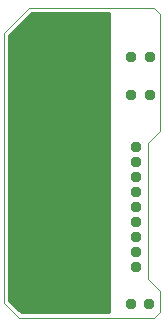
<source format=gbl>
G75*
%MOIN*%
%OFA0B0*%
%FSLAX25Y25*%
%IPPOS*%
%LPD*%
%AMOC8*
5,1,8,0,0,1.08239X$1,22.5*
%
%ADD10C,0.00000*%
%ADD11C,0.03762*%
%ADD12C,0.01200*%
%ADD13C,0.02975*%
D10*
X0006600Y0044600D02*
X0051600Y0044600D01*
X0053600Y0046600D01*
X0053600Y0053600D01*
X0049600Y0057600D01*
X0049600Y0103100D01*
X0053600Y0107100D01*
X0053600Y0146100D01*
X0051600Y0148100D01*
X0010100Y0148100D01*
X0001600Y0139600D01*
X0001600Y0049600D01*
X0006600Y0044600D01*
D11*
X0044000Y0049300D03*
X0050100Y0049300D03*
X0045700Y0061600D03*
X0045700Y0066600D03*
X0045700Y0071600D03*
X0045700Y0076600D03*
X0045700Y0081600D03*
X0045700Y0086600D03*
X0045700Y0091600D03*
X0045600Y0096600D03*
X0045600Y0101600D03*
X0044000Y0119100D03*
X0050200Y0119000D03*
X0050200Y0131600D03*
X0044000Y0131600D03*
D12*
X0036600Y0131436D02*
X0003700Y0131436D01*
X0003700Y0130238D02*
X0036600Y0130238D01*
X0036600Y0129039D02*
X0003700Y0129039D01*
X0003700Y0127841D02*
X0036600Y0127841D01*
X0036600Y0126642D02*
X0003700Y0126642D01*
X0003700Y0125444D02*
X0036600Y0125444D01*
X0036600Y0124245D02*
X0003700Y0124245D01*
X0003700Y0123047D02*
X0036600Y0123047D01*
X0036600Y0121848D02*
X0003700Y0121848D01*
X0003700Y0120650D02*
X0036600Y0120650D01*
X0036600Y0119451D02*
X0003700Y0119451D01*
X0003700Y0118253D02*
X0036600Y0118253D01*
X0036600Y0117054D02*
X0003700Y0117054D01*
X0003700Y0115856D02*
X0036600Y0115856D01*
X0036600Y0114657D02*
X0003700Y0114657D01*
X0003700Y0113459D02*
X0036600Y0113459D01*
X0036600Y0112260D02*
X0003700Y0112260D01*
X0003700Y0111062D02*
X0036600Y0111062D01*
X0036600Y0109863D02*
X0003700Y0109863D01*
X0003700Y0108665D02*
X0036600Y0108665D01*
X0036600Y0107466D02*
X0003700Y0107466D01*
X0003700Y0106268D02*
X0036600Y0106268D01*
X0036600Y0105069D02*
X0003700Y0105069D01*
X0003700Y0103870D02*
X0036600Y0103870D01*
X0036600Y0102672D02*
X0003700Y0102672D01*
X0003700Y0101473D02*
X0036600Y0101473D01*
X0036600Y0100275D02*
X0003700Y0100275D01*
X0003700Y0099076D02*
X0036600Y0099076D01*
X0036600Y0097878D02*
X0003700Y0097878D01*
X0003700Y0096679D02*
X0036600Y0096679D01*
X0036600Y0095481D02*
X0003700Y0095481D01*
X0003700Y0094282D02*
X0036600Y0094282D01*
X0036600Y0093084D02*
X0003700Y0093084D01*
X0003700Y0091885D02*
X0036600Y0091885D01*
X0036600Y0090687D02*
X0003700Y0090687D01*
X0003700Y0089488D02*
X0036600Y0089488D01*
X0036600Y0088290D02*
X0003700Y0088290D01*
X0003700Y0087091D02*
X0036600Y0087091D01*
X0036600Y0085893D02*
X0003700Y0085893D01*
X0003700Y0084694D02*
X0036600Y0084694D01*
X0036600Y0083496D02*
X0003700Y0083496D01*
X0003700Y0082297D02*
X0036600Y0082297D01*
X0036600Y0081099D02*
X0003700Y0081099D01*
X0003700Y0079900D02*
X0036600Y0079900D01*
X0036600Y0078702D02*
X0003700Y0078702D01*
X0003700Y0077503D02*
X0036600Y0077503D01*
X0036600Y0076305D02*
X0003700Y0076305D01*
X0003700Y0075106D02*
X0036600Y0075106D01*
X0036600Y0073908D02*
X0003700Y0073908D01*
X0003700Y0072709D02*
X0036600Y0072709D01*
X0036600Y0071511D02*
X0003700Y0071511D01*
X0003700Y0070312D02*
X0036600Y0070312D01*
X0036600Y0069114D02*
X0003700Y0069114D01*
X0003700Y0067915D02*
X0036600Y0067915D01*
X0036600Y0066717D02*
X0003700Y0066717D01*
X0003700Y0065518D02*
X0036600Y0065518D01*
X0036600Y0064320D02*
X0003700Y0064320D01*
X0003700Y0063121D02*
X0036600Y0063121D01*
X0036600Y0061923D02*
X0003700Y0061923D01*
X0003700Y0060724D02*
X0036600Y0060724D01*
X0036600Y0059526D02*
X0003700Y0059526D01*
X0003700Y0058327D02*
X0036600Y0058327D01*
X0036600Y0057129D02*
X0003700Y0057129D01*
X0003700Y0055930D02*
X0036600Y0055930D01*
X0036600Y0054732D02*
X0003700Y0054732D01*
X0003700Y0053533D02*
X0036600Y0053533D01*
X0036600Y0052334D02*
X0003700Y0052334D01*
X0003700Y0051136D02*
X0036600Y0051136D01*
X0036600Y0049937D02*
X0004232Y0049937D01*
X0003700Y0050470D02*
X0007470Y0046700D01*
X0036600Y0046700D01*
X0036600Y0146000D01*
X0010970Y0146000D01*
X0003700Y0138730D01*
X0003700Y0050470D01*
X0005431Y0048739D02*
X0036600Y0048739D01*
X0036600Y0047540D02*
X0006629Y0047540D01*
X0003700Y0132635D02*
X0036600Y0132635D01*
X0036600Y0133833D02*
X0003700Y0133833D01*
X0003700Y0135032D02*
X0036600Y0135032D01*
X0036600Y0136230D02*
X0003700Y0136230D01*
X0003700Y0137429D02*
X0036600Y0137429D01*
X0036600Y0138627D02*
X0003700Y0138627D01*
X0004796Y0139826D02*
X0036600Y0139826D01*
X0036600Y0141024D02*
X0005994Y0141024D01*
X0007193Y0142223D02*
X0036600Y0142223D01*
X0036600Y0143421D02*
X0008391Y0143421D01*
X0009590Y0144620D02*
X0036600Y0144620D01*
X0036600Y0145818D02*
X0010788Y0145818D01*
D13*
X0016600Y0137100D03*
X0031600Y0124600D03*
X0021600Y0119600D03*
X0026600Y0114600D03*
X0010100Y0113600D03*
X0010100Y0106100D03*
X0010100Y0098600D03*
X0010100Y0091100D03*
X0014100Y0077100D03*
X0006600Y0069600D03*
X0011600Y0059600D03*
X0026600Y0054600D03*
X0031600Y0049600D03*
X0010100Y0121100D03*
M02*

</source>
